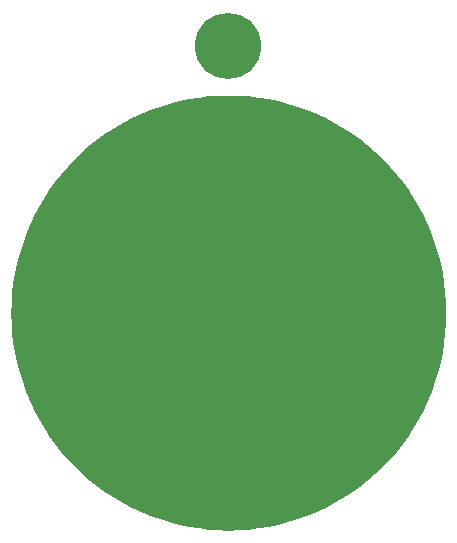
<source format=gtl>
G04 #@! TF.GenerationSoftware,KiCad,Pcbnew,(5.1.4)-1*
G04 #@! TF.CreationDate,2019-09-21T21:19:18-07:00*
G04 #@! TF.ProjectId,rudd_keychain_v2,72756464-5f6b-4657-9963-6861696e5f76,A*
G04 #@! TF.SameCoordinates,Original*
G04 #@! TF.FileFunction,Copper,L1,Top*
G04 #@! TF.FilePolarity,Positive*
%FSLAX46Y46*%
G04 Gerber Fmt 4.6, Leading zero omitted, Abs format (unit mm)*
G04 Created by KiCad (PCBNEW (5.1.4)-1) date 2019-09-21 21:19:18*
%MOMM*%
%LPD*%
G04 APERTURE LIST*
%ADD10C,5.6*%
%ADD11C,0.254*%
G04 APERTURE END LIST*
D10*
X-0121905364Y0127013488D02*
X0019064635Y0041669488D03*
D11*
G36*
X0019909237Y0037331941D02*
G01*
X0020752028Y0037273442D01*
X0021591245Y0037176079D01*
X0022425039Y0037040068D01*
X0023251665Y0036865693D01*
X0024069389Y0036653319D01*
X0024876384Y0036403421D01*
X0025671001Y0036116512D01*
X0026451532Y0035793205D01*
X0027216280Y0035434205D01*
X0027963647Y0035040261D01*
X0028692017Y0034612225D01*
X0029399824Y0034151018D01*
X0030085602Y0033657597D01*
X0030747839Y0033133046D01*
X0031385159Y0032578457D01*
X0031996180Y0031995033D01*
X0032579604Y0031384012D01*
X0033134193Y0030746692D01*
X0033658744Y0030084455D01*
X0034152165Y0029398677D01*
X0034613372Y0028690870D01*
X0035041408Y0027962500D01*
X0035435352Y0027215133D01*
X0035794352Y0026450385D01*
X0036117659Y0025669854D01*
X0036404568Y0024875237D01*
X0036654466Y0024068242D01*
X0036866840Y0023250518D01*
X0037041215Y0022423892D01*
X0037177226Y0021590098D01*
X0037274589Y0020750881D01*
X0037333088Y0019908090D01*
X0037352601Y0019063488D01*
X0037333088Y0018218886D01*
X0037274589Y0017376095D01*
X0037177226Y0016536878D01*
X0037041215Y0015703084D01*
X0036866840Y0014876458D01*
X0036654466Y0014058734D01*
X0036404568Y0013251739D01*
X0036117659Y0012457122D01*
X0035794352Y0011676591D01*
X0035435352Y0010911843D01*
X0035041408Y0010164476D01*
X0034613372Y0009436106D01*
X0034152165Y0008728299D01*
X0033658744Y0008042521D01*
X0033134193Y0007380284D01*
X0032579604Y0006742964D01*
X0031996180Y0006131943D01*
X0031385159Y0005548519D01*
X0030747839Y0004993930D01*
X0030085602Y0004469379D01*
X0029399824Y0003975958D01*
X0028692017Y0003514751D01*
X0027963647Y0003086715D01*
X0027216280Y0002692771D01*
X0026451532Y0002333771D01*
X0025671001Y0002010464D01*
X0024876384Y0001723555D01*
X0024069389Y0001473657D01*
X0023251665Y0001261283D01*
X0022425039Y0001086908D01*
X0021591245Y0000950897D01*
X0020752028Y0000853534D01*
X0019909237Y0000795035D01*
X0019064635Y0000775522D01*
X0018220033Y0000795035D01*
X0017377242Y0000853534D01*
X0016538025Y0000950897D01*
X0015704231Y0001086908D01*
X0014877605Y0001261283D01*
X0014059881Y0001473657D01*
X0013252886Y0001723555D01*
X0012458269Y0002010464D01*
X0011677738Y0002333771D01*
X0010912990Y0002692771D01*
X0010165623Y0003086715D01*
X0009437253Y0003514751D01*
X0008729446Y0003975958D01*
X0008043668Y0004469379D01*
X0007381431Y0004993930D01*
X0006744111Y0005548519D01*
X0006133090Y0006131943D01*
X0005549666Y0006742964D01*
X0004995077Y0007380284D01*
X0004470526Y0008042521D01*
X0003977105Y0008728299D01*
X0003515898Y0009436106D01*
X0003087862Y0010164476D01*
X0002693918Y0010911843D01*
X0002334918Y0011676591D01*
X0002011611Y0012457122D01*
X0001724702Y0013251739D01*
X0001474804Y0014058734D01*
X0001262430Y0014876458D01*
X0001088055Y0015703084D01*
X0000952044Y0016536878D01*
X0000854681Y0017376095D01*
X0000796182Y0018218886D01*
X0000776669Y0019063488D01*
X0000796182Y0019908090D01*
X0000854681Y0020750881D01*
X0000952044Y0021590098D01*
X0001088055Y0022423892D01*
X0001262430Y0023250518D01*
X0001474804Y0024068242D01*
X0001724702Y0024875237D01*
X0002011611Y0025669854D01*
X0002334918Y0026450385D01*
X0002693918Y0027215133D01*
X0003087862Y0027962500D01*
X0003515898Y0028690870D01*
X0003977105Y0029398677D01*
X0004470526Y0030084455D01*
X0004995077Y0030746692D01*
X0005549666Y0031384012D01*
X0006133090Y0031995033D01*
X0006744111Y0032578457D01*
X0007381431Y0033133046D01*
X0008043668Y0033657597D01*
X0008729446Y0034151018D01*
X0009437253Y0034612225D01*
X0010165623Y0035040261D01*
X0010912990Y0035434205D01*
X0011677738Y0035793205D01*
X0012458269Y0036116512D01*
X0013252886Y0036403421D01*
X0014059881Y0036653319D01*
X0014877605Y0036865693D01*
X0015704231Y0037040068D01*
X0016538025Y0037176079D01*
X0017377242Y0037273442D01*
X0018220033Y0037331941D01*
X0019064635Y0037351454D01*
X0019909237Y0037331941D01*
X0019909237Y0037331941D01*
G37*
X0019909237Y0037331941D02*
X0020752028Y0037273442D01*
X0021591245Y0037176079D01*
X0022425039Y0037040068D01*
X0023251665Y0036865693D01*
X0024069389Y0036653319D01*
X0024876384Y0036403421D01*
X0025671001Y0036116512D01*
X0026451532Y0035793205D01*
X0027216280Y0035434205D01*
X0027963647Y0035040261D01*
X0028692017Y0034612225D01*
X0029399824Y0034151018D01*
X0030085602Y0033657597D01*
X0030747839Y0033133046D01*
X0031385159Y0032578457D01*
X0031996180Y0031995033D01*
X0032579604Y0031384012D01*
X0033134193Y0030746692D01*
X0033658744Y0030084455D01*
X0034152165Y0029398677D01*
X0034613372Y0028690870D01*
X0035041408Y0027962500D01*
X0035435352Y0027215133D01*
X0035794352Y0026450385D01*
X0036117659Y0025669854D01*
X0036404568Y0024875237D01*
X0036654466Y0024068242D01*
X0036866840Y0023250518D01*
X0037041215Y0022423892D01*
X0037177226Y0021590098D01*
X0037274589Y0020750881D01*
X0037333088Y0019908090D01*
X0037352601Y0019063488D01*
X0037333088Y0018218886D01*
X0037274589Y0017376095D01*
X0037177226Y0016536878D01*
X0037041215Y0015703084D01*
X0036866840Y0014876458D01*
X0036654466Y0014058734D01*
X0036404568Y0013251739D01*
X0036117659Y0012457122D01*
X0035794352Y0011676591D01*
X0035435352Y0010911843D01*
X0035041408Y0010164476D01*
X0034613372Y0009436106D01*
X0034152165Y0008728299D01*
X0033658744Y0008042521D01*
X0033134193Y0007380284D01*
X0032579604Y0006742964D01*
X0031996180Y0006131943D01*
X0031385159Y0005548519D01*
X0030747839Y0004993930D01*
X0030085602Y0004469379D01*
X0029399824Y0003975958D01*
X0028692017Y0003514751D01*
X0027963647Y0003086715D01*
X0027216280Y0002692771D01*
X0026451532Y0002333771D01*
X0025671001Y0002010464D01*
X0024876384Y0001723555D01*
X0024069389Y0001473657D01*
X0023251665Y0001261283D01*
X0022425039Y0001086908D01*
X0021591245Y0000950897D01*
X0020752028Y0000853534D01*
X0019909237Y0000795035D01*
X0019064635Y0000775522D01*
X0018220033Y0000795035D01*
X0017377242Y0000853534D01*
X0016538025Y0000950897D01*
X0015704231Y0001086908D01*
X0014877605Y0001261283D01*
X0014059881Y0001473657D01*
X0013252886Y0001723555D01*
X0012458269Y0002010464D01*
X0011677738Y0002333771D01*
X0010912990Y0002692771D01*
X0010165623Y0003086715D01*
X0009437253Y0003514751D01*
X0008729446Y0003975958D01*
X0008043668Y0004469379D01*
X0007381431Y0004993930D01*
X0006744111Y0005548519D01*
X0006133090Y0006131943D01*
X0005549666Y0006742964D01*
X0004995077Y0007380284D01*
X0004470526Y0008042521D01*
X0003977105Y0008728299D01*
X0003515898Y0009436106D01*
X0003087862Y0010164476D01*
X0002693918Y0010911843D01*
X0002334918Y0011676591D01*
X0002011611Y0012457122D01*
X0001724702Y0013251739D01*
X0001474804Y0014058734D01*
X0001262430Y0014876458D01*
X0001088055Y0015703084D01*
X0000952044Y0016536878D01*
X0000854681Y0017376095D01*
X0000796182Y0018218886D01*
X0000776669Y0019063488D01*
X0000796182Y0019908090D01*
X0000854681Y0020750881D01*
X0000952044Y0021590098D01*
X0001088055Y0022423892D01*
X0001262430Y0023250518D01*
X0001474804Y0024068242D01*
X0001724702Y0024875237D01*
X0002011611Y0025669854D01*
X0002334918Y0026450385D01*
X0002693918Y0027215133D01*
X0003087862Y0027962500D01*
X0003515898Y0028690870D01*
X0003977105Y0029398677D01*
X0004470526Y0030084455D01*
X0004995077Y0030746692D01*
X0005549666Y0031384012D01*
X0006133090Y0031995033D01*
X0006744111Y0032578457D01*
X0007381431Y0033133046D01*
X0008043668Y0033657597D01*
X0008729446Y0034151018D01*
X0009437253Y0034612225D01*
X0010165623Y0035040261D01*
X0010912990Y0035434205D01*
X0011677738Y0035793205D01*
X0012458269Y0036116512D01*
X0013252886Y0036403421D01*
X0014059881Y0036653319D01*
X0014877605Y0036865693D01*
X0015704231Y0037040068D01*
X0016538025Y0037176079D01*
X0017377242Y0037273442D01*
X0018220033Y0037331941D01*
X0019064635Y0037351454D01*
X0019909237Y0037331941D01*
M02*
</source>
